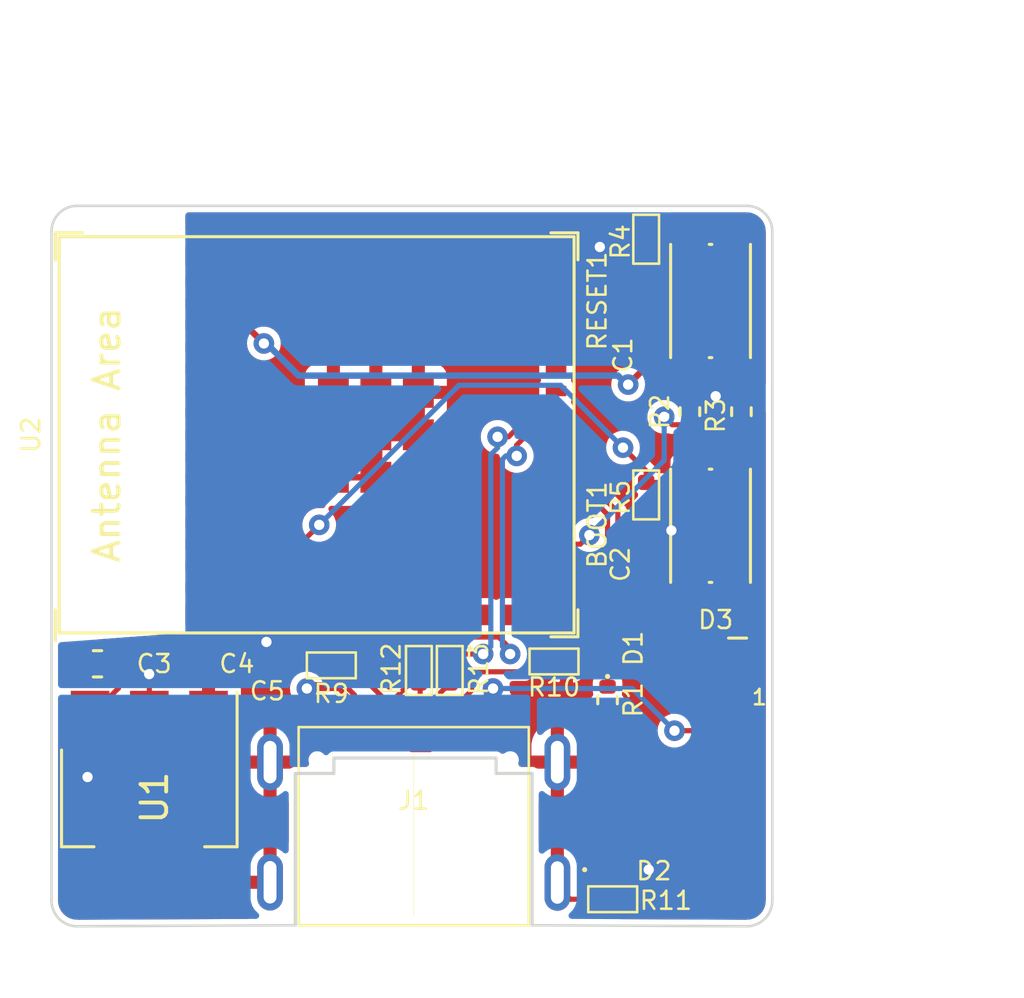
<source format=kicad_pcb>
(kicad_pcb (version 20211014) (generator pcbnew)
  (layers (0 "F.Cu" signal) (31 "B.Cu" signal) (34 "B.Paste" user) (35 "F.Paste" user) (36 "B.SilkS" user "B.Silkscreen") (37 "F.SilkS" user "F.Silkscreen") (38 "B.Mask" user) (39 "F.Mask" user) (44 "Edge.Cuts" user))
  (net 0 "")
  (net 1 "/BOOT")
  (net 2 "GND")
  (net 3 "/ENABLE")
  (net 4 "+5V")
  (net 5 "+3V3")
  (net 9 "Net-(D2-Pad1)")
  (net 10 "Net-(J1-PadA5)")
  (net 11 "/DP")
  (net 12 "/DN")
  (net 14 "Net-(J1-PadB5)")
  (net 17 "Net-(D1-Pad1)")
  (net 18 "/USB_DN")
  (net 19 "/USB_DP")
  (net 20 "Net-(D1-Pad2)")
  (net 48 "/APA_DATA")
  (net 49 "/APA_CLOCK")
  (net 50 "/SENSOR")
  (footprint "Capacitor_SMD:C_0402_1005Metric" (layer "F.Cu") (at 134.585 106.86)
    (fp_text reference "C5" (at -0.2 1) (layer "F.SilkS") (effects (font (size 0.7 0.7) (thickness 0.1))))
    (fp_text value "0.1uF")
    (pad "1" smd roundrect locked (at -0.485 0) (size 0.59 0.64) (layers "F.Cu" "F.Paste" "F.Mask") (net 5 "+3V3"))
    (pad "2" smd roundrect locked (at 0.485 0) (size 0.59 0.64) (layers "F.Cu" "F.Paste" "F.Mask") (net 2 "GND"))
  )
  (footprint "Espressif:ESP32-S2-MINI-1" (layer "F.Cu") (at 138.6 97.9 90)
    (fp_text reference "U2" (at 0 -13.4 90) (layer "F.SilkS") (effects (font (size 0.7 0.7) (thickness 0.1))))
    (fp_text value "ESP32-S2-MINI-1")
    (fp_text user "Antenna Area" (at 0 -10.45 90) (layer "F.SilkS"))
    (fp_line (start -6.8 -12.45) (end -8 -12.45) (layer "F.SilkS") (width 0.12))
    (fp_line (start -7.7 -12.3) (end -7.7 -7.7) (layer "F.SilkS") (width 0.12))
    (fp_line (start 7.7 -12.3) (end 7.7 -7.7) (layer "F.SilkS") (width 0.12))
    (fp_line (start 7.7 7.7) (end -7.7 7.7) (layer "F.SilkS") (width 0.12))
    (fp_line (start 6.8 -12.45) (end 7.85 -12.45) (layer "F.SilkS") (width 0.12))
    (fp_line (start 6.8 7.85) (end 7.85 7.85) (layer "F.SilkS") (width 0.12))
    (fp_line (start -6.8 7.85) (end -7.85 7.85) (layer "F.SilkS") (width 0.12))
    (fp_line (start -7.7 -12.3) (end 7.7 -12.3) (layer "F.SilkS") (width 0.12))
    (fp_line (start 7.85 7.85) (end 7.85 6.8) (layer "F.SilkS") (width 0.12))
    (fp_line (start 7.85 -12.45) (end 7.85 -11.4) (layer "F.SilkS") (width 0.12))
    (fp_line (start -7.7 7.7) (end -7.7 -7.7) (layer "F.SilkS") (width 0.12))
    (fp_line (start 7.7 -7.7) (end 7.7 7.7) (layer "F.SilkS") (width 0.12))
    (fp_line (start -7.85 7.85) (end -7.85 6.8) (layer "F.SilkS") (width 0.12))
    (pad "1" smd rect locked (at -7 -5.95 180) (size 0.4 0.8) (layers "F.Cu" "F.Paste" "F.Mask") (net 2 "GND"))
    (pad "2" smd rect locked (at -7 -5.1 180) (size 0.4 0.8) (layers "F.Cu" "F.Paste" "F.Mask") (net 2 "GND"))
    (pad "3" smd rect locked (at -7 -4.25 180) (size 0.4 0.8) (layers "F.Cu" "F.Paste" "F.Mask") (net 5 "+3V3"))
    (pad "4" smd rect locked (at -7 -3.4 180) (size 0.4 0.8) (layers "F.Cu" "F.Paste" "F.Mask") (net 1 "/BOOT"))
    (pad "5" smd rect locked (at -7 -2.55 180) (size 0.4 0.8) (layers "F.Cu" "F.Paste" "F.Mask"))
    (pad "6" smd rect locked (at -7 -1.7 180) (size 0.4 0.8) (layers "F.Cu" "F.Paste" "F.Mask"))
    (pad "7" smd rect locked (at -7 -0.85 180) (size 0.4 0.8) (layers "F.Cu" "F.Paste" "F.Mask"))
    (pad "8" smd rect locked (at -7 0 180) (size 0.4 0.8) (layers "F.Cu" "F.Paste" "F.Mask"))
    (pad "9" smd rect locked (at -7 0.85 180) (size 0.4 0.8) (layers "F.Cu" "F.Paste" "F.Mask"))
    (pad "10" smd rect locked (at -7 1.7 180) (size 0.4 0.8) (layers "F.Cu" "F.Paste" "F.Mask"))
    (pad "11" smd rect locked (at -7 2.55 180) (size 0.4 0.8) (layers "F.Cu" "F.Paste" "F.Mask"))
    (pad "12" smd rect locked (at -7 3.4 180) (size 0.4 0.8) (layers "F.Cu" "F.Paste" "F.Mask"))
    (pad "13" smd rect locked (at -7 4.25 180) (size 0.4 0.8) (layers "F.Cu" "F.Paste" "F.Mask"))
    (pad "14" smd rect locked (at -7 5.1 180) (size 0.4 0.8) (layers "F.Cu" "F.Paste" "F.Mask"))
    (pad "15" smd rect locked (at -7 5.95 180) (size 0.4 0.8) (layers "F.Cu" "F.Paste" "F.Mask"))
    (pad "16" smd rect locked (at -5.95 7 90) (size 0.4 0.8) (layers "F.Cu" "F.Paste" "F.Mask"))
    (pad "17" smd rect locked (at -5.1 7 90) (size 0.4 0.8) (layers "F.Cu" "F.Paste" "F.Mask") (net 20 "Net-(D1-Pad2)"))
    (pad "18" smd rect locked (at -4.25 7 90) (size 0.4 0.8) (layers "F.Cu" "F.Paste" "F.Mask") (net 50 "/SENSOR"))
    (pad "19" smd rect locked (at -3.4 7 90) (size 0.4 0.8) (layers "F.Cu" "F.Paste" "F.Mask"))
    (pad "20" smd rect locked (at -2.55 7 90) (size 0.4 0.8) (layers "F.Cu" "F.Paste" "F.Mask"))
    (pad "21" smd rect locked (at -1.7 7 90) (size 0.4 0.8) (layers "F.Cu" "F.Paste" "F.Mask") (net 49 "/APA_CLOCK"))
    (pad "22" smd rect locked (at -0.85 7 90) (size 0.4 0.8) (layers "F.Cu" "F.Paste" "F.Mask") (net 48 "/APA_DATA"))
    (pad "23" smd rect locked (at 0 7 90) (size 0.4 0.8) (layers "F.Cu" "F.Paste" "F.Mask") (net 18 "/USB_DN"))
    (pad "24" smd rect locked (at 0.85 7 90) (size 0.4 0.8) (layers "F.Cu" "F.Paste" "F.Mask") (net 19 "/USB_DP"))
    (pad "25" smd rect locked (at 1.7 7 90) (size 0.4 0.8) (layers "F.Cu" "F.Paste" "F.Mask"))
    (pad "26" smd rect locked (at 2.55 7 90) (size 0.4 0.8) (layers "F.Cu" "F.Paste" "F.Mask"))
    (pad "27" smd rect locked (at 3.4 7 90) (size 0.4 0.8) (layers "F.Cu" "F.Paste" "F.Mask"))
    (pad "28" smd rect locked (at 4.25 7 90) (size 0.4 0.8) (layers "F.Cu" "F.Paste" "F.Mask"))
    (pad "29" smd rect locked (at 5.1 7 90) (size 0.4 0.8) (layers "F.Cu" "F.Paste" "F.Mask"))
    (pad "30" smd rect locked (at 5.95 7 90) (size 0.4 0.8) (layers "F.Cu" "F.Paste" "F.Mask") (net 2 "GND"))
    (pad "31" smd rect locked (at 7 5.95 180) (size 0.4 0.8) (layers "F.Cu" "F.Paste" "F.Mask"))
    (pad "32" smd rect locked (at 7 5.1 180) (size 0.4 0.8) (layers "F.Cu" "F.Paste" "F.Mask"))
    (pad "33" smd rect locked (at 7 4.25 180) (size 0.4 0.8) (layers "F.Cu" "F.Paste" "F.Mask"))
    (pad "34" smd rect locked (at 7 3.4 180) (size 0.4 0.8) (layers "F.Cu" "F.Paste" "F.Mask"))
    (pad "35" smd rect locked (at 7 2.55 180) (size 0.4 0.8) (layers "F.Cu" "F.Paste" "F.Mask"))
    (pad "36" smd rect locked (at 7 1.7 180) (size 0.4 0.8) (layers "F.Cu" "F.Paste" "F.Mask"))
    (pad "37" smd rect locked (at 7 0.85 180) (size 0.4 0.8) (layers "F.Cu" "F.Paste" "F.Mask"))
    (pad "38" smd rect locked (at 7 0 180) (size 0.4 0.8) (layers "F.Cu" "F.Paste" "F.Mask"))
    (pad "39" smd rect locked (at 7 -0.85 180) (size 0.4 0.8) (layers "F.Cu" "F.Paste" "F.Mask"))
    (pad "40" smd rect locked (at 7 -1.7 180) (size 0.4 0.8) (layers "F.Cu" "F.Paste" "F.Mask"))
    (pad "41" smd rect locked (at 7 -2.55 180) (size 0.4 0.8) (layers "F.Cu" "F.Paste" "F.Mask"))
    (pad "42" smd rect locked (at 7 -3.4 180) (size 0.4 0.8) (layers "F.Cu" "F.Paste" "F.Mask") (net 2 "GND"))
    (pad "43" smd rect locked (at 7 -4.25 180) (size 0.4 0.8) (layers "F.Cu" "F.Paste" "F.Mask") (net 2 "GND"))
    (pad "44" smd rect locked (at 7 -5.1 180) (size 0.4 0.8) (layers "F.Cu" "F.Paste" "F.Mask"))
    (pad "45" smd rect locked (at 7 -5.95 180) (size 0.4 0.8) (layers "F.Cu" "F.Paste" "F.Mask") (net 3 "/ENABLE"))
    (pad "46" smd rect locked (at -1.7 -7 90) (size 0.4 0.8) (layers "F.Cu" "F.Paste" "F.Mask") (net 2 "GND"))
    (pad "46" smd rect locked (at -1.65 0 90) (size 1.2 1.2) (layers "F.Cu" "F.Paste" "F.Mask") (net 2 "GND"))
    (pad "46" smd rect locked (at -2.55 -7 90) (size 0.4 0.8) (layers "F.Cu" "F.Paste" "F.Mask") (net 2 "GND"))
    (pad "46" smd rect locked (at 6.95 -7 270) (size 0.8 0.8) (layers "F.Cu" "F.Paste" "F.Mask") (net 2 "GND"))
    (pad "46" smd rect locked (at 1.65 -1.65 90) (size 1.2 1.2) (layers "F.Cu" "F.Paste" "F.Mask") (net 2 "GND"))
    (pad "46" smd rect locked (at -1.65 1.65 90) (size 1.2 1.2) (layers "F.Cu" "F.Paste" "F.Mask") (net 2 "GND"))
    (pad "46" smd rect locked (at -7 -7 270) (size 0.8 0.8) (layers "F.Cu" "F.Paste" "F.Mask") (net 2 "GND"))
    (pad "46" smd rect locked (at -7 7 270) (size 0.8 0.8) (layers "F.Cu" "F.Paste" "F.Mask") (net 2 "GND"))
    (pad "46" smd rect locked (at -3.4 -7 90) (size 0.4 0.8) (layers "F.Cu" "F.Paste" "F.Mask") (net 2 "GND"))
    (pad "46" smd rect locked (at 0 -1.65 90) (size 1.2 1.2) (layers "F.Cu" "F.Paste" "F.Mask") (net 2 "GND"))
    (pad "46" smd rect locked (at -0.85 -7 90) (size 0.4 0.8) (layers "F.Cu" "F.Paste" "F.Mask") (net 2 "GND"))
    (pad "46" smd rect locked (at 1.7 -7 90) (size 0.4 0.8) (layers "F.Cu" "F.Paste" "F.Mask") (net 2 "GND"))
    (pad "46" smd rect locked (at 0.85 -7 90) (size 0.4 0.8) (layers "F.Cu" "F.Paste" "F.Mask") (net 2 "GND"))
    (pad "46" smd rect locked (at 5.1 -7 90) (size 0.4 0.8) (layers "F.Cu" "F.Paste" "F.Mask") (net 2 "GND"))
    (pad "46" smd rect locked (at 3.4 -7 90) (size 0.4 0.8) (layers "F.Cu" "F.Paste" "F.Mask") (net 2 "GND"))
    (pad "46" smd rect locked (at 7 7 270) (size 0.8 0.8) (layers "F.Cu" "F.Paste" "F.Mask") (net 2 "GND"))
    (pad "46" smd rect locked (at -4.25 -7 90) (size 0.4 0.8) (layers "F.Cu" "F.Paste" "F.Mask") (net 2 "GND"))
    (pad "46" smd rect locked (at 2.55 -7 90) (size 0.4 0.8) (layers "F.Cu" "F.Paste" "F.Mask") (net 2 "GND"))
    (pad "46" smd rect locked (at 0 -7 90) (size 0.4 0.8) (layers "F.Cu" "F.Paste" "F.Mask") (net 2 "GND"))
    (pad "46" smd rect locked (at 4.25 -7 90) (size 0.4 0.8) (layers "F.Cu" "F.Paste" "F.Mask") (net 2 "GND"))
    (pad "46" smd rect locked (at -5.95 -7 90) (size 0.4 0.8) (layers "F.Cu" "F.Paste" "F.Mask") (net 2 "GND"))
    (pad "46" smd rect locked (at 0 1.65 90) (size 1.2 1.2) (layers "F.Cu" "F.Paste" "F.Mask") (net 2 "GND"))
    (pad "46" smd rect locked (at 5.95 -7 90) (size 0.4 0.8) (layers "F.Cu" "F.Paste" "F.Mask") (net 2 "GND"))
    (pad "46" smd custom locked (at -1.65 -1.65 90) (size 0.6 0.6) (layers "F.Cu" "F.Paste" "F.Mask") (net 2 "GND") (options (clearance outline) (anchor rect)) (primitives (gr_poly (pts (xy 0.6 0.6) (xy -0.6 0.6) (xy -0.6 0) (xy 0 -0.6) (xy 0.6 -0.6)) (width 0) (fill yes))))
    (pad "46" smd rect locked (at 0 0 90) (size 1.2 1.2) (layers "F.Cu" "F.Paste" "F.Mask") (net 2 "GND"))
    (pad "46" smd rect locked (at 1.65 1.65 90) (size 1.2 1.2) (layers "F.Cu" "F.Paste" "F.Mask") (net 2 "GND"))
    (pad "46" smd rect locked (at -5.1 -7 90) (size 0.4 0.8) (layers "F.Cu" "F.Paste" "F.Mask") (net 2 "GND"))
    (pad "46" smd rect locked (at 1.65 0 90) (size 1.2 1.2) (layers "F.Cu" "F.Paste" "F.Mask") (net 2 "GND"))
  )
  (footprint "Capacitor_SMD:C_0402_1005Metric" (layer "F.Cu") (at 149.1 102.9356 90)
    (fp_text reference "C2" (at 0 -1 90) (layer "F.SilkS") (effects (font (size 0.7 0.7) (thickness 0.1))))
    (fp_text value "0.1uF")
    (pad "1" smd roundrect locked (at -0.485 0 90) (size 0.59 0.64) (layers "F.Cu" "F.Paste" "F.Mask") (net 1 "/BOOT"))
    (pad "2" smd roundrect locked (at 0.485 0 90) (size 0.59 0.64) (layers "F.Cu" "F.Paste" "F.Mask") (net 2 "GND"))
  )
  (footprint "Resistor_SMD:R_0402_1005Metric" (layer "F.Cu") (at 147.8 115.95)
    (fp_text reference "R11" (at 2.065 0.05 -180) (layer "F.SilkS") (effects (font (size 0.7 0.7) (thickness 0.1))))
    (fp_text value "1k")
    (fp_line (start 0.95 0.5) (end 0.95 -0.5) (layer "F.SilkS") (width 0.1))
    (fp_line (start -0.95 0.5) (end 0.95 0.5) (layer "F.SilkS") (width 0.1))
    (fp_line (start -0.95 -0.5) (end -0.95 0.5) (layer "F.SilkS") (width 0.1))
    (fp_line (start 0.95 -0.5) (end -0.95 -0.5) (layer "F.SilkS") (width 0.1))
    (pad "1" smd roundrect (at -0.485 0) (size 0.59 0.64) (layers "F.Cu" "F.Paste" "F.Mask") (net 2 "GND") (clearance 0.15))
    (pad "2" smd roundrect (at 0.485 0) (size 0.59 0.64) (layers "F.Cu" "F.Paste" "F.Mask") (net 9 "Net-(D2-Pad1)") (clearance 0.15))
  )
  (footprint "Resistor_SMD:R_0402_1005Metric" (layer "F.Cu") (at 141.47 107.06 90)
    (fp_text reference "R13" (at 0.06 1.13 90) (layer "F.SilkS") (effects (font (size 0.7 0.7) (thickness 0.1))))
    (fp_text value "33R")
    (fp_line (start 0.95 -0.5) (end -0.95 -0.5) (layer "F.SilkS") (width 0.1))
    (fp_line (start -0.95 0.5) (end 0.95 0.5) (layer "F.SilkS") (width 0.1))
    (fp_line (start 0.95 0.5) (end 0.95 -0.5) (layer "F.SilkS") (width 0.1))
    (fp_line (start -0.95 -0.5) (end -0.95 0.5) (layer "F.SilkS") (width 0.1))
    (pad "1" smd roundrect (at -0.485 0 90) (size 0.59 0.64) (layers "F.Cu" "F.Paste" "F.Mask") (net 11 "/DP") (clearance 0.15))
    (pad "2" smd roundrect (at 0.485 0 90) (size 0.59 0.64) (layers "F.Cu" "F.Paste" "F.Mask") (net 19 "/USB_DP") (clearance 0.15))
  )
  (footprint "Resistor_SMD:R_0402_1005Metric" (layer "F.Cu") (at 152.8 97 -90)
    (fp_text reference "R3" (at 0.153641 1 90) (layer "F.SilkS") (effects (font (size 0.7 0.7) (thickness 0.1))))
    (fp_text value "NTC 10k")
    (fp_line (start -0.153641 -0.38) (end 0.153641 -0.38) (layer "F.SilkS") (width 0.12))
    (fp_line (start -0.153641 0.38) (end 0.153641 0.38) (layer "F.SilkS") (width 0.12))
    (pad "1" smd roundrect (at -0.51 0 270) (size 0.54 0.64) (layers "F.Cu" "F.Paste" "F.Mask") (net 2 "GND"))
    (pad "2" smd roundrect (at 0.51 0 270) (size 0.54 0.64) (layers "F.Cu" "F.Paste" "F.Mask") (net 50 "/SENSOR"))
  )
  (footprint "LED_SMD:LED-APA102-2020" (layer "F.Cu") (at 151.8 107.2 180)
    (fp_text reference "D3" (at 0 2.11) (layer "F.SilkS") (effects (font (size 0.7 0.7) (thickness 0.1))))
    (fp_text value "APA102-2020")
    (fp_text user "1" (at -1.7 -0.9) (layer "F.SilkS") (effects (font (size 0.6 0.6) (thickness 0.1))))
    (fp_line (start -1.2 1.4) (end -0.5 1.4) (layer "F.SilkS") (width 0.12))
    (pad "1" smd rect (at -0.85 -0.9 180) (size 0.8 0.5) (layers "F.Cu" "F.Paste" "F.Mask") (net 4 "+5V"))
    (pad "1" smd rect (at 0 -0.83 270) (size 1 0.5) (layers "F.Cu" "F.Paste" "F.Mask") (net 4 "+5V"))
    (pad "2" smd rect (at -0.85 0 180) (size 0.8 0.3) (layers "F.Cu" "F.Paste" "F.Mask"))
    (pad "3" smd rect (at -0.85 0.9 180) (size 0.8 0.5) (layers "F.Cu" "F.Paste" "F.Mask"))
    (pad "4" smd rect (at 0.85 0.9 180) (size 0.8 0.5) (layers "F.Cu" "F.Paste" "F.Mask") (net 48 "/APA_DATA"))
    (pad "5" smd rect (at 0.85 0 180) (size 0.8 0.3) (layers "F.Cu" "F.Paste" "F.Mask") (net 49 "/APA_CLOCK"))
    (pad "6" smd rect (at 0.85 -0.9 180) (size 0.8 0.5) (layers "F.Cu" "F.Paste" "F.Mask") (net 2 "GND"))
    (pad "6" smd rect (at 0 0.59 270) (size 1.48 0.5) (layers "F.Cu" "F.Paste" "F.Mask") (net 2 "GND"))
  )
  (footprint "Resistor_SMD:R_0402_1005Metric" (layer "F.Cu") (at 136.87 106.86 180)
    (fp_text reference "R9" (at 0 -1.1) (layer "F.SilkS") (effects (font (size 0.7 0.7) (thickness 0.1))))
    (fp_text value "5.1k")
    (fp_line (start -0.95 -0.5) (end -0.95 0.5) (layer "F.SilkS") (width 0.1))
    (fp_line (start -0.95 0.5) (end 0.95 0.5) (layer "F.SilkS") (width 0.1))
    (fp_line (start 0.95 -0.5) (end -0.95 -0.5) (layer "F.SilkS") (width 0.1))
    (fp_line (start 0.95 0.5) (end 0.95 -0.5) (layer "F.SilkS") (width 0.1))
    (pad "1" smd roundrect (at -0.485 0 180) (size 0.59 0.64) (layers "F.Cu" "F.Paste" "F.Mask") (net 10 "Net-(J1-PadA5)") (clearance 0.15))
    (pad "2" smd roundrect (at 0.485 0 180) (size 0.59 0.64) (layers "F.Cu" "F.Paste" "F.Mask") (net 2 "GND") (clearance 0.15))
  )
  (footprint "Capacitor_SMD:C_0603_1608Metric" (layer "F.Cu") (at 127.7875 106.8 180)
    (fp_text reference "C3" (at -2.2 0) (layer "F.SilkS") (effects (font (size 0.7 0.7) (thickness 0.1))))
    (fp_text value "10uF")
    (fp_line (start -0.162779 0.51) (end 0.162779 0.51) (layer "F.SilkS") (width 0.12))
    (fp_line (start -0.162779 -0.51) (end 0.162779 -0.51) (layer "F.SilkS") (width 0.12))
    (pad "1" smd roundrect locked (at -0.7875 0 180) (size 0.875 0.95) (layers "F.Cu" "F.Paste" "F.Mask") (net 4 "+5V"))
    (pad "2" smd roundrect locked (at 0.7875 0 180) (size 0.875 0.95) (layers "F.Cu" "F.Paste" "F.Mask") (net 2 "GND"))
  )
  (footprint "Resistor_SMD:R_0402_1005Metric" (layer "F.Cu") (at 147.6 108.2 90)
    (fp_text reference "R1" (at 0 1 90) (layer "F.SilkS") (effects (font (size 0.7 0.7) (thickness 0.1))))
    (fp_text value "1k")
    (fp_line (start -0.153641 -0.38) (end 0.153641 -0.38) (layer "F.SilkS") (width 0.12))
    (fp_line (start -0.153641 0.38) (end 0.153641 0.38) (layer "F.SilkS") (width 0.12))
    (pad "1" smd roundrect (at -0.51 0 90) (size 0.54 0.64) (layers "F.Cu" "F.Paste" "F.Mask") (net 2 "GND"))
    (pad "2" smd roundrect (at 0.51 0 90) (size 0.54 0.64) (layers "F.Cu" "F.Paste" "F.Mask") (net 17 "Net-(D1-Pad1)"))
  )
  (footprint "Package_TO_SOT_SMD:SOT-223" (layer "F.Cu") (at 129.8 112 -90)
    (fp_text reference "U1" (at 0 -0.2 90) (layer "F.SilkS"))
    (fp_text value "LM1117-3.3")
    (fp_line (start -4.1 -3.41) (end 1.91 -3.41) (layer "F.SilkS") (width 0.12))
    (fp_line (start -1.85 3.41) (end 1.91 3.41) (layer "F.SilkS") (width 0.12))
    (fp_line (start 1.91 3.41) (end 1.91 2.15) (layer "F.SilkS") (width 0.12))
    (fp_line (start 1.91 -3.41) (end 1.91 -2.15) (layer "F.SilkS") (width 0.12))
    (pad "1" smd rect (at -3.15 -2.3 270) (size 2 1.5) (layers "F.Cu" "F.Paste" "F.Mask") (net 2 "GND"))
    (pad "2" smd rect (at -3.15 0 270) (size 2 1.5) (layers "F.Cu" "F.Paste" "F.Mask") (net 5 "+3V3"))
    (pad "3" smd rect (at -3.15 2.3 270) (size 2 1.5) (layers "F.Cu" "F.Paste" "F.Mask") (net 4 "+5V"))
    (pad "4" smd rect (at 3.15 0 270) (size 2 3.8) (layers "F.Cu" "F.Paste" "F.Mask"))
  )
  (footprint "Resistor_SMD:R_0402_1005Metric" (layer "F.Cu") (at 140.27 107.06 90)
    (fp_text reference "R12" (at 0.06 -1.07 90) (layer "F.SilkS") (effects (font (size 0.7 0.7) (thickness 0.1))))
    (fp_text value "33R")
    (fp_line (start -0.95 -0.5) (end -0.95 0.5) (layer "F.SilkS") (width 0.1))
    (fp_line (start 0.95 0.5) (end 0.95 -0.5) (layer "F.SilkS") (width 0.1))
    (fp_line (start -0.95 0.5) (end 0.95 0.5) (layer "F.SilkS") (width 0.1))
    (fp_line (start 0.95 -0.5) (end -0.95 -0.5) (layer "F.SilkS") (width 0.1))
    (pad "1" smd roundrect (at -0.485 0 90) (size 0.59 0.64) (layers "F.Cu" "F.Paste" "F.Mask") (net 12 "/DN") (clearance 0.15))
    (pad "2" smd roundrect (at 0.485 0 90) (size 0.59 0.64) (layers "F.Cu" "F.Paste" "F.Mask") (net 18 "/USB_DN") (clearance 0.15))
  )
  (footprint "Resistor_SMD:R_0402_1005Metric" (layer "F.Cu") (at 149.1 90.3 -90)
    (fp_text reference "R4" (at 0.1 1 90) (layer "F.SilkS") (effects (font (size 0.7 0.7) (thickness 0.1))))
    (fp_text value "10k")
    (fp_line (start 0.95 0.5) (end 0.95 -0.5) (layer "F.SilkS") (width 0.1))
    (fp_line (start -0.95 -0.5) (end -0.95 0.5) (layer "F.SilkS") (width 0.1))
    (fp_line (start -0.95 0.5) (end 0.95 0.5) (layer "F.SilkS") (width 0.1))
    (fp_line (start 0.95 -0.5) (end -0.95 -0.5) (layer "F.SilkS") (width 0.1))
    (pad "1" smd roundrect (at -0.485 0 270) (size 0.59 0.64) (layers "F.Cu" "F.Paste" "F.Mask") (net 3 "/ENABLE") (clearance 0.15))
    (pad "2" smd roundrect (at 0.485 0 270) (size 0.59 0.64) (layers "F.Cu" "F.Paste" "F.Mask") (net 5 "+3V3") (clearance 0.15))
  )
  (footprint "LED_SMD:LED_0402_1005Metric" (layer "F.Cu") (at 147.6 106.2 90)
    (fp_text reference "D1" (at 0 1 90) (layer "F.SilkS") (effects (font (size 0.7 0.7) (thickness 0.1))))
    (fp_text value "LED")
    (fp_circle (center -1.09 0) (end -1.04 0) (layer "F.SilkS") (width 0.1) (fill none))
    (pad "1" smd roundrect (at -0.485 0 90) (size 0.59 0.64) (layers "F.Cu" "F.Paste" "F.Mask") (net 17 "Net-(D1-Pad1)"))
    (pad "2" smd roundrect (at 0.485 0 90) (size 0.59 0.64) (layers "F.Cu" "F.Paste" "F.Mask") (net 20 "Net-(D1-Pad2)"))
  )
  (footprint "LED_SMD:LED_0402_1005Metric" (layer "F.Cu") (at 147.8 114.8)
    (fp_text reference "D2" (at 1.6 0.05) (layer "F.SilkS") (effects (font (size 0.7 0.7) (thickness 0.1))))
    (fp_text value "LED")
    (fp_circle (center -1.09 0) (end -1.04 0) (layer "F.SilkS") (width 0.1) (fill none))
    (pad "1" smd roundrect locked (at -0.485 0) (size 0.59 0.64) (layers "F.Cu" "F.Paste" "F.Mask") (net 9 "Net-(D2-Pad1)"))
    (pad "2" smd roundrect locked (at 0.485 0) (size 0.59 0.64) (layers "F.Cu" "F.Paste" "F.Mask") (net 5 "+3V3"))
  )
  (footprint "Button_Switch_SMD:SW_Push_1P1T_NO_CK_KMR2" (layer "F.Cu") (at 151.6 92.7 90)
    (fp_text reference "RESET1" (at 0 -4.4 90) (layer "F.SilkS") (effects (font (size 0.7 0.7) (thickness 0.1))))
    (fp_text value "RESET")
    (fp_line (start -2.2 0.05) (end -2.2 -0.05) (layer "F.SilkS") (width 0.12))
    (fp_line (start 2.2 -1.55) (end -2.2 -1.55) (layer "F.SilkS") (width 0.12))
    (fp_line (start 2.2 0.05) (end 2.2 -0.05) (layer "F.SilkS") (width 0.12))
    (fp_line (start -2.2 1.55) (end 2.2 1.55) (layer "F.SilkS") (width 0.12))
    (pad "1" smd rect (at -2.05 -0.8 90) (size 0.9 1) (layers "F.Cu" "F.Paste" "F.Mask") (net 3 "/ENABLE"))
    (pad "1" smd rect (at 2.05 -0.8 90) (size 0.9 1) (layers "F.Cu" "F.Paste" "F.Mask") (net 3 "/ENABLE"))
    (pad "2" smd rect (at 2.05 0.8 90) (size 0.9 1) (layers "F.Cu" "F.Paste" "F.Mask") (net 2 "GND"))
    (pad "2" smd rect (at -2.05 0.8 90) (size 0.9 1) (layers "F.Cu" "F.Paste" "F.Mask") (net 2 "GND"))
  )
  (footprint "Resistor_SMD:R_0402_1005Metric" (layer "F.Cu") (at 149.1 100.2356 -90)
    (fp_text reference "R5" (at 0.1 1 90) (layer "F.SilkS") (effects (font (size 0.7 0.7) (thickness 0.1))))
    (fp_text value "10k")
    (fp_line (start 0.95 -0.5) (end -0.95 -0.5) (layer "F.SilkS") (width 0.1))
    (fp_line (start -0.95 -0.5) (end -0.95 0.5) (layer "F.SilkS") (width 0.1))
    (fp_line (start -0.95 0.5) (end 0.95 0.5) (layer "F.SilkS") (width 0.1))
    (fp_line (start 0.95 0.5) (end 0.95 -0.5) (layer "F.SilkS") (width 0.1))
    (pad "1" smd roundrect (at -0.485 0 270) (size 0.59 0.64) (layers "F.Cu" "F.Paste" "F.Mask") (net 1 "/BOOT") (clearance 0.15))
    (pad "2" smd roundrect (at 0.485 0 270) (size 0.59 0.64) (layers "F.Cu" "F.Paste" "F.Mask") (net 5 "+3V3") (clearance 0.15))
  )
  (footprint "Button_Switch_SMD:SW_Push_1P1T_NO_CK_KMR2" (layer "F.Cu") (at 151.6 101.4356 90)
    (fp_text reference "BOOT1" (at 0.0356 -4.4 90) (layer "F.SilkS") (effects (font (size 0.7 0.7) (thickness 0.1))))
    (fp_text value "BOOT")
    (fp_line (start 2.2 -1.55) (end -2.2 -1.55) (layer "F.SilkS") (width 0.12))
    (fp_line (start 2.2 0.05) (end 2.2 -0.05) (layer "F.SilkS") (width 0.12))
    (fp_line (start -2.2 0.05) (end -2.2 -0.05) (layer "F.SilkS") (width 0.12))
    (fp_line (start -2.2 1.55) (end 2.2 1.55) (layer "F.SilkS") (width 0.12))
    (pad "1" smd rect (at -2.05 -0.8 90) (size 0.9 1) (layers "F.Cu" "F.Paste" "F.Mask") (net 1 "/BOOT"))
    (pad "1" smd rect (at 2.05 -0.8 90) (size 0.9 1) (layers "F.Cu" "F.Paste" "F.Mask") (net 1 "/BOOT"))
    (pad "2" smd rect (at -2.05 0.8 90) (size 0.9 1) (layers "F.Cu" "F.Paste" "F.Mask") (net 2 "GND"))
    (pad "2" smd rect (at 2.05 0.8 90) (size 0.9 1) (layers "F.Cu" "F.Paste" "F.Mask") (net 2 "GND"))
  )
  (footprint "Capacitor_SMD:C_0402_1005Metric" (layer "F.Cu") (at 149.1 94.8 90)
    (fp_text reference "C1" (at 0 -0.9 90) (layer "F.SilkS") (effects (font (size 0.7 0.7) (thickness 0.1))))
    (fp_text value "0.1uF")
    (pad "1" smd roundrect locked (at -0.485 0 90) (size 0.59 0.64) (layers "F.Cu" "F.Paste" "F.Mask") (net 3 "/ENABLE"))
    (pad "2" smd roundrect locked (at 0.485 0 90) (size 0.59 0.64) (layers "F.Cu" "F.Paste" "F.Mask") (net 2 "GND"))
  )
  (footprint "Resistor_SMD:R_0402_1005Metric" (layer "F.Cu") (at 145.52 106.71)
    (fp_text reference "R10" (at 0 1 -180) (layer "F.SilkS") (effects (font (size 0.7 0.7) (thickness 0.1))))
    (fp_text value "5.1k")
    (fp_line (start -0.95 -0.5) (end -0.95 0.5) (layer "F.SilkS") (width 0.1))
    (fp_line (start -0.95 0.5) (end 0.95 0.5) (layer "F.SilkS") (width 0.1))
    (fp_line (start 0.95 -0.5) (end -0.95 -0.5) (layer "F.SilkS") (width 0.1))
    (fp_line (start 0.95 0.5) (end 0.95 -0.5) (layer "F.SilkS") (width 0.1))
    (pad "1" smd roundrect (at -0.485 0) (size 0.59 0.64) (layers "F.Cu" "F.Paste" "F.Mask") (net 14 "Net-(J1-PadB5)") (clearance 0.15))
    (pad "2" smd roundrect (at 0.485 0) (size 0.59 0.64) (layers "F.Cu" "F.Paste" "F.Mask") (net 2 "GND") (clearance 0.15))
  )
  (footprint "Capacitor_SMD:C_0402_1005Metric" (layer "F.Cu") (at 131.6 106.8)
    (fp_text reference "C4" (at 1.6 0) (layer "F.SilkS") (effects (font (size 0.7 0.7) (thickness 0.1))))
    (fp_text value "0.1uF")
    (pad "1" smd roundrect locked (at -0.485 0) (size 0.59 0.64) (layers "F.Cu" "F.Paste" "F.Mask") (net 4 "+5V"))
    (pad "2" smd roundrect locked (at 0.485 0) (size 0.59 0.64) (layers "F.Cu" "F.Paste" "F.Mask") (net 2 "GND"))
  )
  (footprint "USB-C-Power-tester:TYPE-C-31-M-14" (layer "F.Cu") (at 140.07 114.26)
    (fp_text reference "J1" (at 0 -2.15 -180) (layer "F.SilkS") (effects (font (size 0.7 0.7) (thickness 0.1))))
    (fp_text value "USB_C_Receptacle_USB2.0")
    (fp_line (start 4.47 -5) (end 4.47 2.7) (layer "F.SilkS") (width 0.1))
    (fp_line (start 4.47 2.7) (end -4.47 2.7) (layer "F.SilkS") (width 0.1))
    (fp_line (start -4.47 -5) (end -4.47 2.7) (layer "F.SilkS") (width 0.1))
    (fp_line (start 0 -4.02) (end 0 2.3) (layer "F.SilkS") (width 0.02))
    (fp_line (start 4.47 -5) (end -4.47 -5) (layer "F.SilkS") (width 0.1))
    (fp_line (start -3.1 -3.2) (end -4.6 -3.2) (layer "Edge.Cuts") (width 0.12))
    (fp_line (start 3.2 -3.8) (end -3.1 -3.8) (layer "Edge.Cuts") (width 0.12))
    (fp_line (start 4.6 -3.2) (end 3.2 -3.2) (layer "Edge.Cuts") (width 0.12))
    (fp_line (start 3.2 -3.2) (end 3.2 -3.8) (layer "Edge.Cuts") (width 0.12))
    (fp_line (start -4.6 -3.2) (end -4.6 2.7) (layer "Edge.Cuts") (width 0.12))
    (fp_line (start -3.1 -3.8) (end -3.1 -3.2) (layer "Edge.Cuts") (width 0.12))
    (fp_line (start 4.6 2.7) (end 4.6 -3.2) (layer "Edge.Cuts") (width 0.12))
    (pad "" np_thru_hole circle locked (at 3.75 -3.725) (size 0.65 0.65) (drill 0.65) (layers *.Cu *.Mask) (clearance 0.01))
    (pad "" np_thru_hole circle locked (at -3.75 -3.725) (size 0.65 0.65) (drill 0.65) (layers *.Cu *.Mask) (clearance 0.01))
    (pad "A1" smd rect locked (at -3.4 -5.1) (size 0.3 1.45) (layers "F.Cu" "F.Paste" "F.Mask") (net 2 "GND"))
    (pad "A4" smd rect locked (at -2.6 -5.1) (size 0.3 1.45) (layers "F.Cu" "F.Paste" "F.Mask") (net 4 "+5V"))
    (pad "A5" smd rect locked (at -1.25 -5.1) (size 0.25 1.45) (layers "F.Cu" "F.Paste" "F.Mask") (net 10 "Net-(J1-PadA5)"))
    (pad "A6" smd rect locked (at -0.25 -5.1) (size 0.25 1.45) (layers "F.Cu" "F.Paste" "F.Mask") (net 11 "/DP"))
    (pad "A7" smd rect locked (at 0.25 -5.1) (size 0.25 1.45) (layers "F.Cu" "F.Paste" "F.Mask") (net 12 "/DN"))
    (pad "A8" smd rect locked (at 1.25 -5.1) (size 0.25 1.45) (layers "F.Cu" "F.Paste" "F.Mask"))
    (pad "A9" smd rect locked (at 2.6 -5.1) (size 0.3 1.45) (layers "F.Cu" "F.Paste" "F.Mask") (net 4 "+5V"))
    (pad "A12" smd rect locked (at 3.4 -5.1) (size 0.3 1.45) (layers "F.Cu" "F.Paste" "F.Mask") (net 2 "GND"))
    (pad "B1" smd rect locked (at 3.1 -5.1) (size 0.3 1.45) (layers "F.Cu" "F.Paste" "F.Mask") (net 2 "GND"))
    (pad "B4" smd rect locked (at 2.3 -5.1) (size 0.3 1.45) (layers "F.Cu" "F.Paste" "F.Mask") (net 4 "+5V"))
    (pad "B5" smd rect locked (at 1.75 -5.1) (size 0.25 1.45) (layers "F.Cu" "F.Paste" "F.Mask") (net 14 "Net-(J1-PadB5)"))
    (pad "B6" smd rect locked (at 0.75 -5.1) (size 0.25 1.45) (layers "F.Cu" "F.Paste" "F.Mask") (net 11 "/DP"))
    (pad "B7" smd rect locked (at -0.75 -5.1) (size 0.25 1.45) (layers "F.Cu" "F.Paste" "F.Mask") (net 12 "/DN"))
    (pad "B8" smd rect locked (at -1.75 -5.1) (size 0.25 1.45) (layers "F.Cu" "F.Paste" "F.Mask"))
    (pad "B9" smd rect locked (at -2.3 -5.1) (size 0.3 1.45) (layers "F.Cu" "F.Paste" "F.Mask") (net 4 "+5V"))
    (pad "B12" smd rect locked (at -3.1 -5.1) (size 0.3 1.45) (layers "F.Cu" "F.Paste" "F.Mask") (net 2 "GND"))
    (pad "S1" thru_hole roundrect locked (at 5.58 1.04) (size 1 2.2) (drill oval 0.5 1.65) (layers *.Cu *.Mask) (roundrect_rratio 0.5) (net 2 "GND"))
    (pad "S1" thru_hole roundrect locked (at -5.58 -3.64) (size 1 2.2) (drill oval 0.5 1.65) (layers *.Cu *.Mask) (roundrect_rratio 0.5) (net 2 "GND"))
    (pad "S1" thru_hole roundrect locked (at 5.58 -3.64) (size 1 2.2) (drill oval 0.5 1.65) (layers *.Cu *.Mask) (roundrect_rratio 0.5) (net 2 "GND"))
    (pad "S1" thru_hole roundrect locked (at -5.58 1.03) (size 1 2.2) (drill oval 0.5 1.65) (layers *.Cu *.Mask) (roundrect_rratio 0.5) (net 2 "GND"))
  )
  (footprint "Resistor_SMD:R_0402_1005Metric" (layer "F.Cu") (at 150.8 97 90)
    (fp_text reference "R2" (at 0 -1.17 90) (layer "F.SilkS") (effects (font (size 0.7 0.7) (thickness 0.1))))
    (fp_text value "10k")
    (fp_line (start -0.153641 -0.38) (end 0.153641 -0.38) (layer "F.SilkS") (width 0.12))
    (fp_line (start -0.153641 0.38) (end 0.153641 0.38) (layer "F.SilkS") (width 0.12))
    (pad "1" smd roundrect (at -0.51 0 90) (size 0.54 0.64) (layers "F.Cu" "F.Paste" "F.Mask") (net 50 "/SENSOR"))
    (pad "2" smd roundrect (at 0.51 0 90) (size 0.54 0.64) (layers "F.Cu" "F.Paste" "F.Mask") (net 5 "+3V3"))
  )
  (gr_arc (start 154 116) (mid 153.707107 116.707107) (end 153 117) (layer "Edge.Cuts") (width 0.1))
  (gr_line (start 154 90) (end 154 116) (layer "Edge.Cuts") (width 0.1))
  (gr_arc (start 126 90) (mid 126.292893 89.292893) (end 127 89) (layer "Edge.Cuts") (width 0.1))
  (gr_line (start 153 117) (end 144.67 116.96) (layer "Edge.Cuts") (width 0.1))
  (gr_line (start 153 89) (end 127 89) (layer "Edge.Cuts") (width 0.1))
  (gr_line (start 126 90) (end 126 116) (layer "Edge.Cuts") (width 0.1))
  (gr_line (start 127 117) (end 135.47 116.96) (layer "Edge.Cuts") (width 0.1))
  (gr_arc (start 153 89) (mid 153.707107 89.292893) (end 154 90) (layer "Edge.Cuts") (width 0.1))
  (gr_arc (start 127 117) (mid 126.292893 116.707107) (end 126 116) (layer "Edge.Cuts") (width 0.1))
  (segment (start 135.2 104.9) (end 135.2 102.6) (width 0.2) (layer "F.Cu") (net 1))
  (segment (start 149.1 99.7506) (end 149.1 99.3) (width 0.2) (layer "F.Cu") (net 1))
  (segment (start 135.2 102.6) (end 136.4 101.4) (width 0.2) (layer "F.Cu") (net 1))
  (segment (start 150.4994 99.7506) (end 150.8 99.45) (width 0.2) (layer "F.Cu") (net 1))
  (segment (start 150.795 99.755) (end 150.8 99.75) (width 0.2) (layer "F.Cu") (net 1))
  (segment (start 149.1 99.3) (end 148.2 98.4) (width 0.2) (layer "F.Cu") (net 1))
  (segment (start 150.795 103.4422) (end 150.795 99.755) (width 0.2) (layer "F.Cu") (net 1))
  (segment (start 149.1 99.7506) (end 150.4994 99.7506) (width 0.2) (layer "F.Cu") (net 1))
  (segment (start 149.1 103.4206) (end 150.7706 103.4206) (width 0.2) (layer "F.Cu") (net 1))
  (via (at 148.2 98.4) (size 0.8) (drill 0.4) (layers "F.Cu" "B.Cu") (net 1))
  (via (at 136.4 101.4) (size 0.8) (drill 0.4) (layers "F.Cu" "B.Cu") (net 1))
  (segment (start 141.825489 95.974511) (end 145.774511 95.974511) (width 0.2) (layer "B.Cu") (net 1))
  (segment (start 145.774511 95.974511) (end 148.2 98.4) (width 0.2) (layer "B.Cu") (net 1))
  (segment (start 136.4 101.4) (end 141.825489 95.974511) (width 0.2) (layer "B.Cu") (net 1))
  (segment (start 143.47 108.53) (end 144.345 107.655) (width 0.25) (layer "F.Cu") (net 2))
  (segment (start 138.6 99.55) (end 137 99.55) (width 0.25) (layer "F.Cu") (net 2))
  (segment (start 153.6 98.2) (end 153.6 96.6) (width 0.2) (layer "F.Cu") (net 2))
  (segment (start 152.2 94.8) (end 152.4 94.8) (width 0.2) (layer "F.Cu") (net 2))
  (segment (start 144.345 107.655) (end 145.745 107.655) (width 0.25) (layer "F.Cu") (net 2))
  (segment (start 152 95.6) (end 151.4 95.6) (width 0.2) (layer "F.Cu") (net 2))
  (segment (start 152.8 96.49) (end 152.8 96.4) (width 0.2) (layer "F.Cu") (net 2))
  (segment (start 136.385 106.86) (end 135.07 106.86) (width 0.2) (layer "F.Cu") (net 2))
  (segment (start 127 106.8) (end 127.8 106) (width 0.2) (layer "F.Cu") (net 2))
  (segment (start 146.005 105.305) (end 145.6 104.9) (width 0.25) (layer "F.Cu") (net 2))
  (segment (start 153 96.6) (end 152.8 96.4) (width 0.2) (layer "F.Cu") (net 2))
  (segment (start 152.8 95.2) (end 152.8 96.49) (width 0.2) (layer "F.Cu") (net 2))
  (segment (start 153.6 96.6) (end 153 96.6) (width 0.2) (layer "F.Cu") (net 2))
  (segment (start 152.8 96.4) (end 152 95.6) (width 0.2) (layer "F.Cu") (net 2))
  (segment (start 146.005 106.71) (end 146.005 105.305) (width 0.25) (layer "F.Cu") (net 2))
  (segment (start 136.95 99.5) (end 136.95 97.9) (width 0.25) (layer "F.Cu") (net 2))
  (segment (start 151.4 95.6) (end 152.2 94.8) (width 0.2) (layer "F.Cu") (net 2))
  (segment (start 152.4144 99.3856) (end 153.6 98.2) (width 0.2) (layer "F.Cu") (net 2))
  (segment (start 137 99.55) (end 136.95 99.5) (width 0.25) (layer "F.Cu") (net 2))
  (segment (start 152.4 99.3856) (end 152.4144 99.3856) (width 0.2) (layer "F.Cu") (net 2))
  (segment (start 131.6 105.8) (end 131.6 105) (width 0.2) (layer "F.Cu") (net 2))
  (segment (start 131.4 106) (end 131.6 105.8) (width 0.2) (layer "F.Cu") (net 2))
  (segment (start 143.47 109.16) (end 143.47 108.53) (width 0.25) (layer "F.Cu") (net 2))
  (segment (start 146.15 115.95) (end 145.6 115.4) (width 0.2) (layer "F.Cu") (net 2))
  (segment (start 153.6 96.6) (end 153.6 96) (width 0.2) (layer "F.Cu") (net 2))
  (segment (start 147.315 115.95) (end 146.15 115.95) (width 0.2) (layer "F.Cu") (net 2))
  (segment (start 146.005 106.71) (end 146.005 107.395) (width 0.25) (layer "F.Cu") (net 2))
  (segment (start 146.005 107.395) (end 145.745 107.655) (width 0.25) (layer "F.Cu") (net 2))
  (segment (start 127.8 106) (end 131.4 106) (width 0.2) (layer "F.Cu") (net 2))
  (segment (start 153.6 96) (end 152.8 95.2) (width 0.2) (layer "F.Cu") (net 2))
  (segment (start 149.1 95.285) (end 150.265 95.285) (width 0.25) (layer "F.Cu") (net 3))
  (segment (start 132.65 90.9) (end 132.65 92.75) (width 0.25) (layer "F.Cu") (net 3))
  (segment (start 150.795 94.7066) (end 150.795 90.745) (width 0.25) (layer "F.Cu") (net 3))
  (segment (start 149.9 89.85) (end 149.1 89.85) (width 0.25) (layer "F.Cu") (net 3))
  (segment (start 132.65 92.75) (end 134.25 94.35) (width 0.25) (layer "F.Cu") (net 3))
  (segment (start 150.795 90.745) (end 149.9 89.85) (width 0.25) (layer "F.Cu") (net 3))
  (segment (start 149.1 95.285) (end 149.065 95.285) (width 0.25) (layer "F.Cu") (net 3))
  (segment (start 150.265 95.285) (end 150.8 94.75) (width 0.25) (layer "F.Cu") (net 3))
  (segment (start 149.065 95.285) (end 148.4 95.95) (width 0.25) (layer "F.Cu") (net 3))
  (via (at 134.25 94.35) (size 0.8) (drill 0.4) (layers "F.Cu" "B.Cu") (net 3))
  (via (at 148.4 95.95) (size 0.8) (drill 0.4) (layers "F.Cu" "B.Cu") (net 3))
  (segment (start 148.4 95.95) (end 148.35 95.95) (width 0.25) (layer "B.Cu") (net 3))
  (segment (start 148 95.6) (end 135.6 95.6) (width 0.25) (layer "B.Cu") (net 3))
  (segment (start 135.6 95.6) (end 134.35 94.35) (width 0.25) (layer "B.Cu") (net 3))
  (segment (start 148.35 95.95) (end 148 95.6) (width 0.25) (layer "B.Cu") (net 3))
  (segment (start 134.35 94.35) (end 134.25 94.35) (width 0.25) (layer "B.Cu") (net 3))
  (segment (start 152.65 109.15) (end 152.4 109.4) (width 0.2) (layer "F.Cu") (net 4))
  (segment (start 136.07 107.61) (end 135.92 107.76) (width 0.2) (layer "F.Cu") (net 4))
  (segment (start 137.77 109.16) (end 137.77 108.01) (width 0.2) (layer "F.Cu") (net 4))
  (segment (start 142.67 108.31) (end 143.152112 107.827888) (width 0.2) (layer "F.Cu") (net 4))
  (segment (start 127.5 108.85) (end 128.6 107.75) (width 0.2) (layer "F.Cu") (net 4))
  (segment (start 151.8 108.03) (end 151.8 109.2) (width 0.2) (layer "F.Cu") (net 4))
  (segment (start 127.5 111.1) (end 127.4 111.2) (width 0.2) (layer "F.Cu") (net 4))
  (segment (start 137.37 107.61) (end 136.07 107.61) (width 0.2) (layer "F.Cu") (net 4))
  (segment (start 137.77 108.01) (end 137.37 107.61) (width 0.2) (layer "F.Cu") (net 4))
  (segment (start 137.17 107.76) (end 135.92 107.76) (width 0.2) (layer "F.Cu") (net 4))
  (segment (start 131.115 106.8) (end 130.6 106.8) (width 0.2) (layer "F.Cu") (net 4))
  (segment (start 151.8 109.2) (end 151.6 109.4) (width 0.2) (layer "F.Cu") (net 4))
  (segment (start 152.65 108.1) (end 152.65 109.15) (width 0.2) (layer "F.Cu") (net 4))
  (segment (start 142.37 109.16) (end 142.37 108.541612) (width 0.2) (layer "F.Cu") (net 4))
  (segment (start 128.575 106.8) (end 129 106.8) (width 0.2) (layer "F.Cu") (net 4))
  (segment (start 130.2 106.4) (end 129.4 106.4) (width 0.2) (layer "F.Cu") (net 4))
  (segment (start 130.6 106.8) (end 130.2 106.4) (width 0.2) (layer "F.Cu") (net 4))
  (segment (start 129 106.8) (end 129.4 106.4) (width 0.2) (layer "F.Cu") (net 4))
  (segment (start 142.67 109.16) (end 142.67 108.31) (width 0.2) (layer "F.Cu") (net 4))
  (segment (start 137.47 108.06) (end 137.17 107.76) (width 0.2) (layer "F.Cu") (net 4))
  (segment (start 142.37 108.541612) (end 143.152112 107.7595) (width 0.2) (layer "F.Cu") (net 4))
  (segment (start 143.152112 107.827888) (end 143.152112 107.7595) (width 0.2) (layer "F.Cu") (net 4))
  (segment (start 151.6 109.4) (end 150.2 109.4) (width 0.2) (layer "F.Cu") (net 4))
  (segment (start 137.47 109.16) (end 137.47 108.06) (width 0.2) (layer "F.Cu") (net 4))
  (segment (start 152.4 109.4) (end 151.6 109.4) (width 0.2) (layer "F.Cu") (net 4))
  (segment (start 128.6 107.75) (end 128.6 106.8) (width 0.2) (layer "F.Cu") (net 4))
  (segment (start 127.5 108.85) (end 127.5 111.1) (width 0.2) (layer "F.Cu") (net 4))
  (via (at 135.92 107.76) (size 0.8) (drill 0.4) (layers "F.Cu" "B.Cu") (net 4))
  (via (at 150.2 109.4) (size 0.8) (drill 0.4) (layers "F.Cu" "B.Cu") (net 4))
  (via (at 143.152112 107.7595) (size 0.8) (drill 0.4) (layers "F.Cu" "B.Cu") (net 4))
  (via (at 127.4 111.2) (size 0.8) (drill 0.4) (layers "F.Cu" "B.Cu") (net 4))
  (segment (start 145.7595 107.7595) (end 148.5595 107.7595) (width 0.2) (layer "B.Cu") (net 4))
  (segment (start 137.76 109.6) (end 141.6 109.6) (width 0.2) (layer "B.Cu") (net 4))
  (segment (start 143.3595 107.7595) (end 145.7595 107.7595) (width 0.2) (layer "B.Cu") (net 4))
  (segment (start 143.152112 107.7595) (end 143.3595 107.7595) (width 0.2) (layer "B.Cu") (net 4))
  (segment (start 143.152112 108.047888) (end 143.152112 107.7595) (width 0.2) (layer "B.Cu") (net 4))
  (segment (start 135.92 107.76) (end 137.76 109.6) (width 0.2) (layer "B.Cu") (net 4))
  (segment (start 148.5595 107.7595) (end 150.2 109.4) (width 0.2) (layer "B.Cu") (net 4))
  (segment (start 141.6 109.6) (end 143.152112 108.047888) (width 0.2) (layer "B.Cu") (net 4))
  (segment (start 149.184055 100.7206) (end 150.079526 101.616071) (width 0.2) (layer "F.Cu") (net 5))
  (segment (start 151.71 96.49) (end 151.8 96.4) (width 0.2) (layer "F.Cu") (net 5))
  (segment (start 148.285 114.8) (end 149.2 114.8) (width 0.25) (layer "F.Cu") (net 5))
  (segment (start 150.8 96.49) (end 151.71 96.49) (width 0.2) (layer "F.Cu") (net 5))
  (segment (start 134.1 106.23) (end 134.52 105.81) (width 0.2) (layer "F.Cu") (net 5))
  (segment (start 147.485 90.785) (end 147.3 90.6) (width 0.25) (layer "F.Cu") (net 5))
  (segment (start 129.8 107.205681) (end 129.794319 107.2) (width 0.2) (layer "F.Cu") (net 5))
  (segment (start 149.1 100.7206) (end 149.184055 100.7206) (width 0.2) (layer "F.Cu") (net 5))
  (segment (start 134.35 104.9) (end 134.35 105.95) (width 0.25) (layer "F.Cu") (net 5))
  (segment (start 129.8 108.85) (end 129.8 107.205681) (width 0.2) (layer "F.Cu") (net 5))
  (segment (start 134.1 106.86) (end 134.1 106.23) (width 0.2) (layer "F.Cu") (net 5))
  (segment (start 149.1 90.785) (end 147.485 90.785) (width 0.25) (layer "F.Cu") (net 5))
  (via (at 150.079526 101.616071) (size 0.8) (drill 0.4) (layers "F.Cu" "B.Cu") (net 5))
  (via (at 129.794319 107.2) (size 0.8) (drill 0.4) (layers "F.Cu" "B.Cu") (net 5))
  (via (at 149.2 114.8) (size 0.8) (drill 0.4) (layers "F.Cu" "B.Cu") (net 5))
  (via (at 151.8 96.4) (size 0.8) (drill 0.4) (layers "F.Cu" "B.Cu") (net 5))
  (via (at 134.35 105.95) (size 0.8) (drill 0.4) (layers "F.Cu" "B.Cu") (net 5))
  (via (at 147.3 90.6) (size 0.8) (drill 0.4) (layers "F.Cu" "B.Cu") (net 5))
  (segment (start 148.285 115.95) (end 148.285 115.735) (width 0.25) (layer "F.Cu") (net 9))
  (segment (start 148.285 115.735) (end 147.35 114.8) (width 0.25) (layer "F.Cu") (net 9))
  (segment (start 137.355 106.86) (end 137.62 106.86) (width 0.2) (layer "F.Cu") (net 10))
  (segment (start 137.62 106.86) (end 138.82 108.06) (width 0.2) (layer "F.Cu") (net 10))
  (segment (start 138.82 109.16) (end 138.82 108.06) (width 0.2) (layer "F.Cu") (net 10))
  (segment (start 139.994511 110.134511) (end 139.82 109.96) (width 0.2) (layer "F.Cu") (net 11))
  (segment (start 140.82 108.21) (end 141.47 107.56) (width 0.2) (layer "F.Cu") (net 11))
  (segment (start 140.82 109.16) (end 140.82 110.009022) (width 0.2) (layer "F.Cu") (net 11))
  (segment (start 140.82 110.009022) (end 140.694511 110.134511) (width 0.2) (layer "F.Cu") (net 11))
  (segment (start 140.694511 110.134511) (end 139.994511 110.134511) (width 0.2) (layer "F.Cu") (net 11))
  (segment (start 140.82 109.16) (end 140.82 108.21) (width 0.2) (layer "F.Cu") (net 11))
  (segment (start 139.82 109.96) (end 139.82 109.16) (width 0.2) (layer "F.Cu") (net 11))
  (segment (start 139.92 107.56) (end 140.27 107.56) (width 0.2) (layer "F.Cu") (net 12))
  (segment (start 139.32 109.16) (end 139.32 108.16) (width 0.2) (layer "F.Cu") (net 12))
  (segment (start 140.32 109.16) (end 140.32 107.61) (width 0.2) (layer "F.Cu") (net 12))
  (segment (start 140.32 107.61) (end 140.27 107.56) (width 0.2) (layer "F.Cu") (net 12))
  (segment (start 139.32 108.16) (end 139.92 107.56) (width 0.2) (layer "F.Cu") (net 12))
  (segment (start 144.77 106.71) (end 144.37 107.11) (width 0.2) (layer "F.Cu") (net 14))
  (segment (start 142.32 107.36) (end 142.32 107.835978) (width 0.2) (layer "F.Cu") (net 14))
  (segment (start 142.32 107.835978) (end 141.82 108.335978) (width 0.2) (layer "F.Cu") (net 14))
  (segment (start 142.57 107.11) (end 142.32 107.36) (width 0.2) (layer "F.Cu") (net 14))
  (segment (start 144.37 107.11) (end 142.57 107.11) (width 0.2) (layer "F.Cu") (net 14))
  (segment (start 141.82 108.335978) (end 141.82 109.16) (width 0.2) (layer "F.Cu") (net 14))
  (segment (start 145.035 106.71) (end 144.77 106.71) (width 0.2) (layer "F.Cu") (net 14))
  (segment (start 147.6 107.69) (end 147.6 106.8) (width 0.2) (layer "F.Cu") (net 17))
  (segment (start 143.37 105.76) (end 140.77 105.76) (width 0.2) (layer "F.Cu") (net 18))
  (segment (start 143.815575 106.420254) (end 143.815575 106.205575) (width 0.2) (layer "F.Cu") (net 18))
  (segment (start 140.77 105.76) (end 140.27 106.26) (width 0.2) (layer "F.Cu") (net 18))
  (segment (start 145.6 97.9) (end 144.468198 97.9) (width 0.2) (layer "F.Cu") (net 18))
  (segment (start 143.815575 106.205575) (end 143.37 105.76) (width 0.2) (layer "F.Cu") (net 18))
  (segment (start 144.071232 98.296967) (end 144.071232 98.721232) (width 0.2) (layer "F.Cu") (net 18))
  (segment (start 144.468198 97.9) (end 144.071232 98.296967) (width 0.2) (layer "F.Cu") (net 18))
  (via (at 144.071232 98.721232) (size 0.8) (drill 0.4) (layers "F.Cu" "B.Cu") (net 18))
  (via (at 143.815575 106.420254) (size 0.8) (drill 0.4) (layers "F.Cu" "B.Cu") (net 18))
  (segment (start 143.515576 106.120255) (end 143.515576 98.852623) (width 0.2) (layer "B.Cu") (net 18))
  (segment (start 143.515576 106.120255) (end 143.815575 106.420254) (width 0.2) (layer "B.Cu") (net 18))
  (segment (start 143.515576 98.852623) (end 143.646967 98.721232) (width 0.2) (layer "B.Cu") (net 18))
  (segment (start 143.646967 98.721232) (end 144.071232 98.721232) (width 0.2) (layer "B.Cu") (net 18))
  (segment (start 141.609746 106.420254) (end 141.47 106.56) (width 0.2) (layer "F.Cu") (net 19))
  (segment (start 144.799999 97.25) (end 144.481801 97.25) (width 0.2) (layer "F.Cu") (net 19))
  (segment (start 142.765575 106.420254) (end 141.609746 106.420254) (width 0.2) (layer "F.Cu") (net 19))
  (segment (start 145.6 97.05) (end 144.999999 97.05) (width 0.2) (layer "F.Cu") (net 19))
  (segment (start 143.753033 97.978768) (end 143.328768 97.978768) (width 0.2) (layer "F.Cu") (net 19))
  (segment (start 144.481801 97.25) (end 143.753033 97.978768) (width 0.2) (layer "F.Cu") (net 19))
  (segment (start 144.999999 97.05) (end 144.799999 97.25) (width 0.2) (layer "F.Cu") (net 19))
  (via (at 142.765575 106.420254) (size 0.8) (drill 0.4) (layers "F.Cu" "B.Cu") (net 19))
  (via (at 143.328768 97.978768) (size 0.8) (drill 0.4) (layers "F.Cu" "B.Cu") (net 19))
  (segment (start 143.065574 106.120255) (end 142.765575 106.420254) (width 0.2) (layer "B.Cu") (net 19))
  (segment (start 143.328768 98.403033) (end 143.328768 97.978768) (width 0.2) (layer "B.Cu") (net 19))
  (segment (start 143.065574 106.120255) (end 143.065574 98.666227) (width 0.2) (layer "B.Cu") (net 19))
  (segment (start 143.065574 98.666227) (end 143.328768 98.403033) (width 0.2) (layer "B.Cu") (net 19))
  (segment (start 147.6 105.715) (end 147.6 105.2) (width 0.2) (layer "F.Cu") (net 20))
  (segment (start 147.6 105.2) (end 147.2 104.8) (width 0.2) (layer "F.Cu") (net 20))
  (segment (start 147.2 104.8) (end 147.2 103.2) (width 0.2) (layer "F.Cu") (net 20))
  (segment (start 147 103) (end 145.6 103) (width 0.2) (layer "F.Cu") (net 20))
  (segment (start 147.2 103.2) (end 147 103) (width 0.2) (layer "F.Cu") (net 20))
  (segment (start 148 100.900978) (end 148 104.505716) (width 0.2) (layer "F.Cu") (net 48))
  (segment (start 145.849022 98.75) (end 148 100.900978) (width 0.2) (layer "F.Cu") (net 48))
  (segment (start 149.694284 106.2) (end 151 106.2) (width 0.2) (layer "F.Cu") (net 48))
  (segment (start 145.6 98.75) (end 145.849022 98.75) (width 0.2) (layer "F.Cu") (net 48))
  (segment (start 148 104.505716) (end 149.694284 106.2) (width 0.2) (layer "F.Cu") (net 48))
  (segment (start 150.2 107.2) (end 147.6 104.6) (width 0.2) (layer "F.Cu") (net 49))
  (segment (start 147.6 101) (end 146.2 99.6) (width 0.2) (layer "F.Cu") (net 49))
  (segment (start 145.6 99.6) (end 146.2 99.6) (width 0.2) (layer "F.Cu") (net 49))
  (segment (start 147.6 104.6) (end 147.6 101) (width 0.2) (layer "F.Cu") (net 49))
  (segment (start 150.95 107.2) (end 150.2 107.2) (width 0.2) (layer "F.Cu") (net 49))
  (segment (start 150.11 97.51) (end 149.8 97.2) (width 0.2) (layer "F.Cu") (net 50))
  (segment (start 145.6 102.15) (end 146.540308 102.15) (width 0.2) (layer "F.Cu") (net 50))
  (segment (start 150.8 97.51) (end 152.69 97.51) (width 0.2) (layer "F.Cu") (net 50))
  (segment (start 146.540308 102.15) (end 146.894195 101.796113) (width 0.2) (layer "F.Cu") (net 50))
  (segment (start 150.8 97.51) (end 150.11 97.51) (width 0.2) (layer "F.Cu") (net 50))
  (via (at 146.894195 101.796113) (size 0.8) (drill 0.4) (layers "F.Cu" "B.Cu") (net 50))
  (via (at 149.8 97.2) (size 0.8) (drill 0.4) (layers "F.Cu" "B.Cu") (net 50))
  (segment (start 149.8 98.890308) (end 149.8 97.2) (width 0.2) (layer "B.Cu") (net 50))
  (segment (start 146.894195 101.796113) (end 149.8 98.890308) (width 0.2) (layer "B.Cu") (net 50))
  (zone (net 0) (net_name "") (layers F&B.Cu) (connect_pads (clearance 0)) (min_thickness 0.254)
    (keepout (tracks not_allowed) (vias not_allowed) (pads allowed) (copperpour not_allowed) (footprints allowed))
    (fill (thermal_gap 0.508) (thermal_bridge_width 0.508))
    (polygon (pts (xy 131.2 88.6) (xy 131.2 105.6) (xy 125.8 106) (xy 125.8 88.4)))
  )
  (zone (net 2) (net_name "GND") (layer "F.Cu") (connect_pads (clearance 0.254)) (min_thickness 0.254) (fill yes (thermal_gap 0.508) (thermal_bridge_width 0.508))
    (polygon (pts (xy 155 118) (xy 125 118) (xy 125 88) (xy 155 88)))
  )
  (zone (net 4) (net_name "+5V") (layer "B.Cu") (priority 1) (connect_pads (clearance 0.254)) (min_thickness 0.254) (fill yes (thermal_gap 0.508) (thermal_bridge_width 0.508))
    (polygon (pts (xy 144.6 119.8) (xy 125.6 119.8) (xy 125.6 108) (xy 144.6 108)))
  )
  (zone (net 5) (net_name "+3V3") (layer "B.Cu") (connect_pads (clearance 0.254)) (min_thickness 0.254) (fill yes (thermal_gap 0.508) (thermal_bridge_width 0.508))
    (polygon (pts (xy 156 119) (xy 124 119) (xy 124 87) (xy 156 87)))
  )
)
</source>
